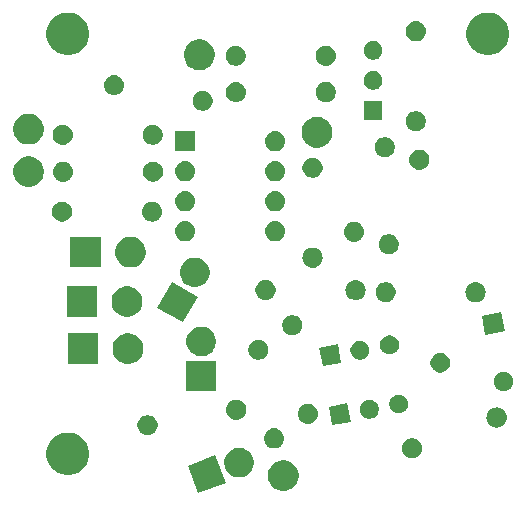
<source format=gbr>
G04 #@! TF.GenerationSoftware,KiCad,Pcbnew,(5.1.2-1)-1*
G04 #@! TF.CreationDate,2022-01-06T11:32:03-05:00*
G04 #@! TF.ProjectId,Basic VCA,42617369-6320-4564-9341-2e6b69636164,rev?*
G04 #@! TF.SameCoordinates,Original*
G04 #@! TF.FileFunction,Soldermask,Bot*
G04 #@! TF.FilePolarity,Negative*
%FSLAX46Y46*%
G04 Gerber Fmt 4.6, Leading zero omitted, Abs format (unit mm)*
G04 Created by KiCad (PCBNEW (5.1.2-1)-1) date 2022-01-06 11:32:03*
%MOMM*%
%LPD*%
G04 APERTURE LIST*
%ADD10C,0.100000*%
G04 APERTURE END LIST*
D10*
G36*
X30944656Y-54232018D02*
G01*
X28593545Y-55087753D01*
X27737810Y-52736642D01*
X30088921Y-51880907D01*
X30944656Y-54232018D01*
X30944656Y-54232018D01*
G37*
G36*
X36199393Y-52339304D02*
G01*
X36436101Y-52437352D01*
X36436103Y-52437353D01*
X36649135Y-52579696D01*
X36830304Y-52760865D01*
X36889990Y-52850192D01*
X36972648Y-52973899D01*
X37070696Y-53210607D01*
X37120680Y-53461893D01*
X37120680Y-53718107D01*
X37070696Y-53969393D01*
X36972648Y-54206101D01*
X36972647Y-54206103D01*
X36830304Y-54419135D01*
X36649135Y-54600304D01*
X36436103Y-54742647D01*
X36436102Y-54742648D01*
X36436101Y-54742648D01*
X36199393Y-54840696D01*
X35948107Y-54890680D01*
X35691893Y-54890680D01*
X35440607Y-54840696D01*
X35203899Y-54742648D01*
X35203898Y-54742648D01*
X35203897Y-54742647D01*
X34990865Y-54600304D01*
X34809696Y-54419135D01*
X34667353Y-54206103D01*
X34667352Y-54206101D01*
X34569304Y-53969393D01*
X34519320Y-53718107D01*
X34519320Y-53461893D01*
X34569304Y-53210607D01*
X34667352Y-52973899D01*
X34750010Y-52850192D01*
X34809696Y-52760865D01*
X34990865Y-52579696D01*
X35203897Y-52437353D01*
X35203899Y-52437352D01*
X35440607Y-52339304D01*
X35691893Y-52289320D01*
X35948107Y-52289320D01*
X36199393Y-52339304D01*
X36199393Y-52339304D01*
G37*
G36*
X32403505Y-51272921D02*
G01*
X32450978Y-51282364D01*
X32678646Y-51376667D01*
X32883541Y-51513574D01*
X33057790Y-51687823D01*
X33194697Y-51892718D01*
X33194698Y-51892720D01*
X33289000Y-52120386D01*
X33337075Y-52362075D01*
X33337075Y-52608503D01*
X33306768Y-52760865D01*
X33289000Y-52850192D01*
X33194697Y-53077860D01*
X33057790Y-53282755D01*
X32883541Y-53457004D01*
X32678646Y-53593911D01*
X32678645Y-53593912D01*
X32678644Y-53593912D01*
X32450978Y-53688214D01*
X32209289Y-53736289D01*
X31962861Y-53736289D01*
X31721172Y-53688214D01*
X31493506Y-53593912D01*
X31493505Y-53593912D01*
X31493504Y-53593911D01*
X31288609Y-53457004D01*
X31114360Y-53282755D01*
X30977453Y-53077860D01*
X30883150Y-52850192D01*
X30865382Y-52760865D01*
X30835075Y-52608503D01*
X30835075Y-52362075D01*
X30883150Y-52120386D01*
X30977452Y-51892720D01*
X30977453Y-51892718D01*
X31114360Y-51687823D01*
X31288609Y-51513574D01*
X31493504Y-51376667D01*
X31721172Y-51282364D01*
X31768645Y-51272921D01*
X31962861Y-51234289D01*
X32209289Y-51234289D01*
X32403505Y-51272921D01*
X32403505Y-51272921D01*
G37*
G36*
X18105331Y-50018211D02*
G01*
X18433092Y-50153974D01*
X18728070Y-50351072D01*
X18978928Y-50601930D01*
X19176026Y-50896908D01*
X19311789Y-51224669D01*
X19381000Y-51572616D01*
X19381000Y-51927384D01*
X19311789Y-52275331D01*
X19176026Y-52603092D01*
X18978928Y-52898070D01*
X18728070Y-53148928D01*
X18433092Y-53346026D01*
X18105331Y-53481789D01*
X17757384Y-53551000D01*
X17402616Y-53551000D01*
X17054669Y-53481789D01*
X16726908Y-53346026D01*
X16431930Y-53148928D01*
X16181072Y-52898070D01*
X15983974Y-52603092D01*
X15848211Y-52275331D01*
X15779000Y-51927384D01*
X15779000Y-51572616D01*
X15848211Y-51224669D01*
X15983974Y-50896908D01*
X16181072Y-50601930D01*
X16431930Y-50351072D01*
X16726908Y-50153974D01*
X17054669Y-50018211D01*
X17402616Y-49949000D01*
X17757384Y-49949000D01*
X18105331Y-50018211D01*
X18105331Y-50018211D01*
G37*
G36*
X46980593Y-50454859D02*
G01*
X47135465Y-50519009D01*
X47274846Y-50612141D01*
X47393380Y-50730675D01*
X47486512Y-50870056D01*
X47550662Y-51024928D01*
X47583365Y-51189340D01*
X47583365Y-51356972D01*
X47550662Y-51521384D01*
X47486512Y-51676256D01*
X47393380Y-51815637D01*
X47274846Y-51934171D01*
X47135465Y-52027303D01*
X46980593Y-52091453D01*
X46816181Y-52124156D01*
X46648549Y-52124156D01*
X46484137Y-52091453D01*
X46329265Y-52027303D01*
X46189884Y-51934171D01*
X46071350Y-51815637D01*
X45978218Y-51676256D01*
X45914068Y-51521384D01*
X45881365Y-51356972D01*
X45881365Y-51189340D01*
X45914068Y-51024928D01*
X45978218Y-50870056D01*
X46071350Y-50730675D01*
X46189884Y-50612141D01*
X46329265Y-50519009D01*
X46484137Y-50454859D01*
X46648549Y-50422156D01*
X46816181Y-50422156D01*
X46980593Y-50454859D01*
X46980593Y-50454859D01*
G37*
G36*
X35210022Y-49595548D02*
G01*
X35370441Y-49644211D01*
X35503105Y-49715121D01*
X35518277Y-49723231D01*
X35647858Y-49829576D01*
X35754203Y-49959157D01*
X35754204Y-49959159D01*
X35833223Y-50106993D01*
X35881886Y-50267412D01*
X35898316Y-50434235D01*
X35881886Y-50601058D01*
X35833223Y-50761477D01*
X35775186Y-50870056D01*
X35754203Y-50909313D01*
X35647858Y-51038894D01*
X35518277Y-51145239D01*
X35518275Y-51145240D01*
X35370441Y-51224259D01*
X35370438Y-51224260D01*
X35340579Y-51233318D01*
X35210022Y-51272922D01*
X35085003Y-51285235D01*
X35001395Y-51285235D01*
X34876376Y-51272922D01*
X34745819Y-51233318D01*
X34715960Y-51224260D01*
X34715957Y-51224259D01*
X34568123Y-51145240D01*
X34568121Y-51145239D01*
X34438540Y-51038894D01*
X34332195Y-50909313D01*
X34311212Y-50870056D01*
X34253175Y-50761477D01*
X34204512Y-50601058D01*
X34188082Y-50434235D01*
X34204512Y-50267412D01*
X34253175Y-50106993D01*
X34332194Y-49959159D01*
X34332195Y-49959157D01*
X34438540Y-49829576D01*
X34568121Y-49723231D01*
X34583293Y-49715121D01*
X34715957Y-49644211D01*
X34876376Y-49595548D01*
X35001395Y-49583235D01*
X35085003Y-49583235D01*
X35210022Y-49595548D01*
X35210022Y-49595548D01*
G37*
G36*
X24588228Y-48501703D02*
G01*
X24743100Y-48565853D01*
X24882481Y-48658985D01*
X25001015Y-48777519D01*
X25094147Y-48916900D01*
X25158297Y-49071772D01*
X25191000Y-49236184D01*
X25191000Y-49403816D01*
X25158297Y-49568228D01*
X25094147Y-49723100D01*
X25001015Y-49862481D01*
X24882481Y-49981015D01*
X24743100Y-50074147D01*
X24588228Y-50138297D01*
X24423816Y-50171000D01*
X24256184Y-50171000D01*
X24091772Y-50138297D01*
X23936900Y-50074147D01*
X23797519Y-49981015D01*
X23678985Y-49862481D01*
X23585853Y-49723100D01*
X23521703Y-49568228D01*
X23489000Y-49403816D01*
X23489000Y-49236184D01*
X23521703Y-49071772D01*
X23585853Y-48916900D01*
X23678985Y-48777519D01*
X23797519Y-48658985D01*
X23936900Y-48565853D01*
X24091772Y-48501703D01*
X24256184Y-48469000D01*
X24423816Y-48469000D01*
X24588228Y-48501703D01*
X24588228Y-48501703D01*
G37*
G36*
X54059646Y-47828276D02*
G01*
X54220065Y-47876939D01*
X54352729Y-47947849D01*
X54367901Y-47955959D01*
X54497482Y-48062304D01*
X54603827Y-48191885D01*
X54603828Y-48191887D01*
X54682847Y-48339721D01*
X54731510Y-48500140D01*
X54747940Y-48666963D01*
X54731510Y-48833786D01*
X54682847Y-48994205D01*
X54611937Y-49126869D01*
X54603827Y-49142041D01*
X54497482Y-49271622D01*
X54367901Y-49377967D01*
X54367899Y-49377968D01*
X54220065Y-49456987D01*
X54059646Y-49505650D01*
X53934627Y-49517963D01*
X53851019Y-49517963D01*
X53726000Y-49505650D01*
X53565581Y-49456987D01*
X53417747Y-49377968D01*
X53417745Y-49377967D01*
X53288164Y-49271622D01*
X53181819Y-49142041D01*
X53173709Y-49126869D01*
X53102799Y-48994205D01*
X53054136Y-48833786D01*
X53037706Y-48666963D01*
X53054136Y-48500140D01*
X53102799Y-48339721D01*
X53181818Y-48191887D01*
X53181819Y-48191885D01*
X53288164Y-48062304D01*
X53417745Y-47955959D01*
X53432917Y-47947849D01*
X53565581Y-47876939D01*
X53726000Y-47828276D01*
X53851019Y-47815963D01*
X53934627Y-47815963D01*
X54059646Y-47828276D01*
X54059646Y-47828276D01*
G37*
G36*
X41528963Y-49054004D02*
G01*
X39951301Y-49332188D01*
X39673117Y-47754526D01*
X41250779Y-47476342D01*
X41528963Y-49054004D01*
X41528963Y-49054004D01*
G37*
G36*
X38080022Y-47515548D02*
G01*
X38240441Y-47564211D01*
X38277061Y-47583785D01*
X38388277Y-47643231D01*
X38517858Y-47749576D01*
X38624203Y-47879157D01*
X38624204Y-47879159D01*
X38703223Y-48026993D01*
X38751886Y-48187412D01*
X38768316Y-48354235D01*
X38751886Y-48521058D01*
X38703223Y-48681477D01*
X38675460Y-48733417D01*
X38624203Y-48829313D01*
X38517858Y-48958894D01*
X38388277Y-49065239D01*
X38388275Y-49065240D01*
X38240441Y-49144259D01*
X38080022Y-49192922D01*
X37955003Y-49205235D01*
X37871395Y-49205235D01*
X37746376Y-49192922D01*
X37585957Y-49144259D01*
X37438123Y-49065240D01*
X37438121Y-49065239D01*
X37308540Y-48958894D01*
X37202195Y-48829313D01*
X37150938Y-48733417D01*
X37123175Y-48681477D01*
X37074512Y-48521058D01*
X37058082Y-48354235D01*
X37074512Y-48187412D01*
X37123175Y-48026993D01*
X37202194Y-47879159D01*
X37202195Y-47879157D01*
X37308540Y-47749576D01*
X37438121Y-47643231D01*
X37549337Y-47583785D01*
X37585957Y-47564211D01*
X37746376Y-47515548D01*
X37871395Y-47503235D01*
X37955003Y-47503235D01*
X38080022Y-47515548D01*
X38080022Y-47515548D01*
G37*
G36*
X32011058Y-47158114D02*
G01*
X32171477Y-47206777D01*
X32258629Y-47253361D01*
X32319313Y-47285797D01*
X32448894Y-47392142D01*
X32555239Y-47521723D01*
X32555240Y-47521725D01*
X32634259Y-47669559D01*
X32682922Y-47829978D01*
X32699352Y-47996801D01*
X32682922Y-48163624D01*
X32634259Y-48324043D01*
X32625877Y-48339724D01*
X32555239Y-48471879D01*
X32448894Y-48601460D01*
X32319313Y-48707805D01*
X32319311Y-48707806D01*
X32171477Y-48786825D01*
X32011058Y-48835488D01*
X31886039Y-48847801D01*
X31802431Y-48847801D01*
X31677412Y-48835488D01*
X31516993Y-48786825D01*
X31369159Y-48707806D01*
X31369157Y-48707805D01*
X31239576Y-48601460D01*
X31133231Y-48471879D01*
X31062593Y-48339724D01*
X31054211Y-48324043D01*
X31005548Y-48163624D01*
X30989118Y-47996801D01*
X31005548Y-47829978D01*
X31054211Y-47669559D01*
X31133230Y-47521725D01*
X31133231Y-47521723D01*
X31239576Y-47392142D01*
X31369157Y-47285797D01*
X31429841Y-47253361D01*
X31516993Y-47206777D01*
X31677412Y-47158114D01*
X31802431Y-47145801D01*
X31886039Y-47145801D01*
X32011058Y-47158114D01*
X32011058Y-47158114D01*
G37*
G36*
X43336094Y-47192980D02*
G01*
X43481866Y-47253361D01*
X43481868Y-47253362D01*
X43613060Y-47341021D01*
X43724630Y-47452591D01*
X43812289Y-47583783D01*
X43812290Y-47583785D01*
X43872671Y-47729557D01*
X43903452Y-47884306D01*
X43903452Y-48042092D01*
X43872671Y-48196841D01*
X43812290Y-48342613D01*
X43812289Y-48342615D01*
X43724630Y-48473807D01*
X43613060Y-48585377D01*
X43481868Y-48673036D01*
X43481867Y-48673037D01*
X43481866Y-48673037D01*
X43336094Y-48733418D01*
X43181345Y-48764199D01*
X43023559Y-48764199D01*
X42868810Y-48733418D01*
X42723038Y-48673037D01*
X42723037Y-48673037D01*
X42723036Y-48673036D01*
X42591844Y-48585377D01*
X42480274Y-48473807D01*
X42392615Y-48342615D01*
X42392614Y-48342613D01*
X42332233Y-48196841D01*
X42301452Y-48042092D01*
X42301452Y-47884306D01*
X42332233Y-47729557D01*
X42392614Y-47583785D01*
X42392615Y-47583783D01*
X42480274Y-47452591D01*
X42591844Y-47341021D01*
X42723036Y-47253362D01*
X42723038Y-47253361D01*
X42868810Y-47192980D01*
X43023559Y-47162199D01*
X43181345Y-47162199D01*
X43336094Y-47192980D01*
X43336094Y-47192980D01*
G37*
G36*
X45837505Y-46751913D02*
G01*
X45983277Y-46812294D01*
X45983279Y-46812295D01*
X46114471Y-46899954D01*
X46226041Y-47011524D01*
X46313700Y-47142716D01*
X46313701Y-47142718D01*
X46374082Y-47288490D01*
X46404863Y-47443239D01*
X46404863Y-47601025D01*
X46374082Y-47755774D01*
X46313701Y-47901546D01*
X46313700Y-47901548D01*
X46226041Y-48032740D01*
X46114471Y-48144310D01*
X45983279Y-48231969D01*
X45983278Y-48231970D01*
X45983277Y-48231970D01*
X45837505Y-48292351D01*
X45682756Y-48323132D01*
X45524970Y-48323132D01*
X45370221Y-48292351D01*
X45224449Y-48231970D01*
X45224448Y-48231970D01*
X45224447Y-48231969D01*
X45093255Y-48144310D01*
X44981685Y-48032740D01*
X44894026Y-47901548D01*
X44894025Y-47901546D01*
X44833644Y-47755774D01*
X44802863Y-47601025D01*
X44802863Y-47443239D01*
X44833644Y-47288490D01*
X44894025Y-47142718D01*
X44894026Y-47142716D01*
X44981685Y-47011524D01*
X45093255Y-46899954D01*
X45224447Y-46812295D01*
X45224449Y-46812294D01*
X45370221Y-46751913D01*
X45524970Y-46721132D01*
X45682756Y-46721132D01*
X45837505Y-46751913D01*
X45837505Y-46751913D01*
G37*
G36*
X54719176Y-44829781D02*
G01*
X54869499Y-44892047D01*
X55004786Y-44982443D01*
X55119837Y-45097494D01*
X55210233Y-45232781D01*
X55272499Y-45383104D01*
X55304241Y-45542685D01*
X55304241Y-45705393D01*
X55272499Y-45864974D01*
X55210233Y-46015297D01*
X55119837Y-46150584D01*
X55004786Y-46265635D01*
X54869499Y-46356031D01*
X54719176Y-46418297D01*
X54559595Y-46450039D01*
X54396887Y-46450039D01*
X54237306Y-46418297D01*
X54086983Y-46356031D01*
X53951696Y-46265635D01*
X53836645Y-46150584D01*
X53746249Y-46015297D01*
X53683983Y-45864974D01*
X53652241Y-45705393D01*
X53652241Y-45542685D01*
X53683983Y-45383104D01*
X53746249Y-45232781D01*
X53836645Y-45097494D01*
X53951696Y-44982443D01*
X54086983Y-44892047D01*
X54237306Y-44829781D01*
X54396887Y-44798039D01*
X54559595Y-44798039D01*
X54719176Y-44829781D01*
X54719176Y-44829781D01*
G37*
G36*
X30138200Y-46389000D02*
G01*
X27636200Y-46389000D01*
X27636200Y-43887000D01*
X30138200Y-43887000D01*
X30138200Y-46389000D01*
X30138200Y-46389000D01*
G37*
G36*
X49361017Y-43236002D02*
G01*
X49511340Y-43298268D01*
X49646627Y-43388664D01*
X49761678Y-43503715D01*
X49852074Y-43639002D01*
X49914340Y-43789325D01*
X49946082Y-43948906D01*
X49946082Y-44111614D01*
X49914340Y-44271195D01*
X49852074Y-44421518D01*
X49761678Y-44556805D01*
X49646627Y-44671856D01*
X49511340Y-44762252D01*
X49361017Y-44824518D01*
X49201436Y-44856260D01*
X49038728Y-44856260D01*
X48879147Y-44824518D01*
X48728824Y-44762252D01*
X48593537Y-44671856D01*
X48478486Y-44556805D01*
X48388090Y-44421518D01*
X48325824Y-44271195D01*
X48294082Y-44111614D01*
X48294082Y-43948906D01*
X48325824Y-43789325D01*
X48388090Y-43639002D01*
X48478486Y-43503715D01*
X48593537Y-43388664D01*
X48728824Y-43298268D01*
X48879147Y-43236002D01*
X49038728Y-43204260D01*
X49201436Y-43204260D01*
X49361017Y-43236002D01*
X49361017Y-43236002D01*
G37*
G36*
X40748783Y-44053512D02*
G01*
X39171121Y-44331696D01*
X38892937Y-42754034D01*
X40470599Y-42475850D01*
X40748783Y-44053512D01*
X40748783Y-44053512D01*
G37*
G36*
X20170680Y-44140680D02*
G01*
X17569320Y-44140680D01*
X17569320Y-41539320D01*
X20170680Y-41539320D01*
X20170680Y-44140680D01*
X20170680Y-44140680D01*
G37*
G36*
X23059393Y-41589304D02*
G01*
X23222547Y-41656885D01*
X23296103Y-41687353D01*
X23509135Y-41829696D01*
X23690304Y-42010865D01*
X23778075Y-42142224D01*
X23832648Y-42223899D01*
X23930696Y-42460607D01*
X23980680Y-42711893D01*
X23980680Y-42968107D01*
X23930696Y-43219393D01*
X23832648Y-43456101D01*
X23832647Y-43456103D01*
X23690304Y-43669135D01*
X23509135Y-43850304D01*
X23296103Y-43992647D01*
X23296102Y-43992648D01*
X23296101Y-43992648D01*
X23059393Y-44090696D01*
X22808107Y-44140680D01*
X22551893Y-44140680D01*
X22300607Y-44090696D01*
X22063899Y-43992648D01*
X22063898Y-43992648D01*
X22063897Y-43992647D01*
X21850865Y-43850304D01*
X21669696Y-43669135D01*
X21527353Y-43456103D01*
X21527352Y-43456101D01*
X21429304Y-43219393D01*
X21379320Y-42968107D01*
X21379320Y-42711893D01*
X21429304Y-42460607D01*
X21527352Y-42223899D01*
X21581925Y-42142224D01*
X21669696Y-42010865D01*
X21850865Y-41829696D01*
X22063897Y-41687353D01*
X22137453Y-41656885D01*
X22300607Y-41589304D01*
X22551893Y-41539320D01*
X22808107Y-41539320D01*
X23059393Y-41589304D01*
X23059393Y-41589304D01*
G37*
G36*
X33968228Y-42111703D02*
G01*
X34123100Y-42175853D01*
X34262481Y-42268985D01*
X34381015Y-42387519D01*
X34474147Y-42526900D01*
X34538297Y-42681772D01*
X34571000Y-42846184D01*
X34571000Y-43013816D01*
X34538297Y-43178228D01*
X34474147Y-43333100D01*
X34381015Y-43472481D01*
X34262481Y-43591015D01*
X34123100Y-43684147D01*
X33968228Y-43748297D01*
X33803816Y-43781000D01*
X33636184Y-43781000D01*
X33471772Y-43748297D01*
X33316900Y-43684147D01*
X33177519Y-43591015D01*
X33058985Y-43472481D01*
X32965853Y-43333100D01*
X32901703Y-43178228D01*
X32869000Y-43013816D01*
X32869000Y-42846184D01*
X32901703Y-42681772D01*
X32965853Y-42526900D01*
X33058985Y-42387519D01*
X33177519Y-42268985D01*
X33316900Y-42175853D01*
X33471772Y-42111703D01*
X33636184Y-42079000D01*
X33803816Y-42079000D01*
X33968228Y-42111703D01*
X33968228Y-42111703D01*
G37*
G36*
X42555914Y-42192488D02*
G01*
X42701686Y-42252869D01*
X42701688Y-42252870D01*
X42832880Y-42340529D01*
X42944450Y-42452099D01*
X43032109Y-42583291D01*
X43032110Y-42583293D01*
X43092491Y-42729065D01*
X43123272Y-42883814D01*
X43123272Y-43041600D01*
X43092491Y-43196349D01*
X43032110Y-43342121D01*
X43032109Y-43342123D01*
X42944450Y-43473315D01*
X42832880Y-43584885D01*
X42701688Y-43672544D01*
X42701687Y-43672545D01*
X42701686Y-43672545D01*
X42555914Y-43732926D01*
X42401165Y-43763707D01*
X42243379Y-43763707D01*
X42088630Y-43732926D01*
X41942858Y-43672545D01*
X41942857Y-43672545D01*
X41942856Y-43672544D01*
X41811664Y-43584885D01*
X41700094Y-43473315D01*
X41612435Y-43342123D01*
X41612434Y-43342121D01*
X41552053Y-43196349D01*
X41521272Y-43041600D01*
X41521272Y-42883814D01*
X41552053Y-42729065D01*
X41612434Y-42583293D01*
X41612435Y-42583291D01*
X41700094Y-42452099D01*
X41811664Y-42340529D01*
X41942856Y-42252870D01*
X41942858Y-42252869D01*
X42088630Y-42192488D01*
X42243379Y-42161707D01*
X42401165Y-42161707D01*
X42555914Y-42192488D01*
X42555914Y-42192488D01*
G37*
G36*
X29252103Y-41014075D02*
G01*
X29479771Y-41108378D01*
X29684666Y-41245285D01*
X29858915Y-41419534D01*
X29995822Y-41624429D01*
X29995823Y-41624431D01*
X30090125Y-41852097D01*
X30138200Y-42093786D01*
X30138200Y-42340214D01*
X30090125Y-42581903D01*
X30036282Y-42711893D01*
X29995822Y-42809571D01*
X29858915Y-43014466D01*
X29684666Y-43188715D01*
X29479771Y-43325622D01*
X29479770Y-43325623D01*
X29479769Y-43325623D01*
X29252103Y-43419925D01*
X29010414Y-43468000D01*
X28763986Y-43468000D01*
X28522297Y-43419925D01*
X28294631Y-43325623D01*
X28294630Y-43325623D01*
X28294629Y-43325622D01*
X28089734Y-43188715D01*
X27915485Y-43014466D01*
X27778578Y-42809571D01*
X27738119Y-42711893D01*
X27684275Y-42581903D01*
X27636200Y-42340214D01*
X27636200Y-42093786D01*
X27684275Y-41852097D01*
X27778577Y-41624431D01*
X27778578Y-41624429D01*
X27915485Y-41419534D01*
X28089734Y-41245285D01*
X28294629Y-41108378D01*
X28522297Y-41014075D01*
X28763986Y-40966000D01*
X29010414Y-40966000D01*
X29252103Y-41014075D01*
X29252103Y-41014075D01*
G37*
G36*
X45057325Y-41751421D02*
G01*
X45203097Y-41811802D01*
X45203099Y-41811803D01*
X45334291Y-41899462D01*
X45445861Y-42011032D01*
X45513128Y-42111705D01*
X45533521Y-42142226D01*
X45593902Y-42287998D01*
X45624683Y-42442747D01*
X45624683Y-42600533D01*
X45593902Y-42755282D01*
X45533521Y-42901054D01*
X45533520Y-42901056D01*
X45445861Y-43032248D01*
X45334291Y-43143818D01*
X45203099Y-43231477D01*
X45203098Y-43231478D01*
X45203097Y-43231478D01*
X45057325Y-43291859D01*
X44902576Y-43322640D01*
X44744790Y-43322640D01*
X44590041Y-43291859D01*
X44444269Y-43231478D01*
X44444268Y-43231478D01*
X44444267Y-43231477D01*
X44313075Y-43143818D01*
X44201505Y-43032248D01*
X44113846Y-42901056D01*
X44113845Y-42901054D01*
X44053464Y-42755282D01*
X44022683Y-42600533D01*
X44022683Y-42442747D01*
X44053464Y-42287998D01*
X44113845Y-42142226D01*
X44134238Y-42111705D01*
X44201505Y-42011032D01*
X44313075Y-41899462D01*
X44444267Y-41811803D01*
X44444269Y-41811802D01*
X44590041Y-41751421D01*
X44744790Y-41720640D01*
X44902576Y-41720640D01*
X45057325Y-41751421D01*
X45057325Y-41751421D01*
G37*
G36*
X36838228Y-40031703D02*
G01*
X36993100Y-40095853D01*
X37132481Y-40188985D01*
X37251015Y-40307519D01*
X37344147Y-40446900D01*
X37408297Y-40601772D01*
X37441000Y-40766184D01*
X37441000Y-40933816D01*
X37408297Y-41098228D01*
X37344147Y-41253100D01*
X37251015Y-41392481D01*
X37132481Y-41511015D01*
X36993100Y-41604147D01*
X36838228Y-41668297D01*
X36673816Y-41701000D01*
X36506184Y-41701000D01*
X36341772Y-41668297D01*
X36186900Y-41604147D01*
X36047519Y-41511015D01*
X35928985Y-41392481D01*
X35835853Y-41253100D01*
X35771703Y-41098228D01*
X35739000Y-40933816D01*
X35739000Y-40766184D01*
X35771703Y-40601772D01*
X35835853Y-40446900D01*
X35928985Y-40307519D01*
X36047519Y-40188985D01*
X36186900Y-40095853D01*
X36341772Y-40031703D01*
X36506184Y-39999000D01*
X36673816Y-39999000D01*
X36838228Y-40031703D01*
X36838228Y-40031703D01*
G37*
G36*
X54566885Y-41370018D02*
G01*
X52939982Y-41656885D01*
X52653115Y-40029982D01*
X54280018Y-39743115D01*
X54566885Y-41370018D01*
X54566885Y-41370018D01*
G37*
G36*
X28588400Y-38441763D02*
G01*
X27337399Y-40608560D01*
X25170602Y-39357559D01*
X26421603Y-37190762D01*
X28588400Y-38441763D01*
X28588400Y-38441763D01*
G37*
G36*
X20090680Y-40140680D02*
G01*
X17489320Y-40140680D01*
X17489320Y-37539320D01*
X20090680Y-37539320D01*
X20090680Y-40140680D01*
X20090680Y-40140680D01*
G37*
G36*
X22979393Y-37589304D02*
G01*
X23216101Y-37687352D01*
X23216103Y-37687353D01*
X23429135Y-37829696D01*
X23610304Y-38010865D01*
X23752647Y-38223897D01*
X23752648Y-38223899D01*
X23850696Y-38460607D01*
X23900680Y-38711893D01*
X23900680Y-38968107D01*
X23850696Y-39219393D01*
X23752648Y-39456101D01*
X23752647Y-39456103D01*
X23610304Y-39669135D01*
X23429135Y-39850304D01*
X23216103Y-39992647D01*
X23216102Y-39992648D01*
X23216101Y-39992648D01*
X22979393Y-40090696D01*
X22728107Y-40140680D01*
X22471893Y-40140680D01*
X22220607Y-40090696D01*
X21983899Y-39992648D01*
X21983898Y-39992648D01*
X21983897Y-39992647D01*
X21770865Y-39850304D01*
X21589696Y-39669135D01*
X21447353Y-39456103D01*
X21447352Y-39456101D01*
X21349304Y-39219393D01*
X21299320Y-38968107D01*
X21299320Y-38711893D01*
X21349304Y-38460607D01*
X21447352Y-38223899D01*
X21447353Y-38223897D01*
X21589696Y-38010865D01*
X21770865Y-37829696D01*
X21983897Y-37687353D01*
X21983899Y-37687352D01*
X22220607Y-37589304D01*
X22471893Y-37539320D01*
X22728107Y-37539320D01*
X22979393Y-37589304D01*
X22979393Y-37589304D01*
G37*
G36*
X44742342Y-37242807D02*
G01*
X44897214Y-37306957D01*
X45036595Y-37400089D01*
X45155129Y-37518623D01*
X45248261Y-37658004D01*
X45312411Y-37812876D01*
X45345114Y-37977288D01*
X45345114Y-38144920D01*
X45312411Y-38309332D01*
X45248261Y-38464204D01*
X45155129Y-38603585D01*
X45036595Y-38722119D01*
X44897214Y-38815251D01*
X44742342Y-38879401D01*
X44577930Y-38912104D01*
X44410298Y-38912104D01*
X44245886Y-38879401D01*
X44091014Y-38815251D01*
X43951633Y-38722119D01*
X43833099Y-38603585D01*
X43739967Y-38464204D01*
X43675817Y-38309332D01*
X43643114Y-38144920D01*
X43643114Y-37977288D01*
X43675817Y-37812876D01*
X43739967Y-37658004D01*
X43833099Y-37518623D01*
X43951633Y-37400089D01*
X44091014Y-37306957D01*
X44245886Y-37242807D01*
X44410298Y-37210104D01*
X44577930Y-37210104D01*
X44742342Y-37242807D01*
X44742342Y-37242807D01*
G37*
G36*
X52280937Y-37222417D02*
G01*
X52441356Y-37271080D01*
X52508475Y-37306956D01*
X52589192Y-37350100D01*
X52718773Y-37456445D01*
X52825118Y-37586026D01*
X52825119Y-37586028D01*
X52904138Y-37733862D01*
X52952801Y-37894281D01*
X52969231Y-38061104D01*
X52952801Y-38227927D01*
X52904138Y-38388346D01*
X52833228Y-38521010D01*
X52825118Y-38536182D01*
X52718773Y-38665763D01*
X52589192Y-38772108D01*
X52589190Y-38772109D01*
X52441356Y-38851128D01*
X52280937Y-38899791D01*
X52155918Y-38912104D01*
X52072310Y-38912104D01*
X51947291Y-38899791D01*
X51786872Y-38851128D01*
X51639038Y-38772109D01*
X51639036Y-38772108D01*
X51509455Y-38665763D01*
X51403110Y-38536182D01*
X51395000Y-38521010D01*
X51324090Y-38388346D01*
X51275427Y-38227927D01*
X51258997Y-38061104D01*
X51275427Y-37894281D01*
X51324090Y-37733862D01*
X51403109Y-37586028D01*
X51403110Y-37586026D01*
X51509455Y-37456445D01*
X51639036Y-37350100D01*
X51719753Y-37306956D01*
X51786872Y-37271080D01*
X51947291Y-37222417D01*
X52072310Y-37210104D01*
X52155918Y-37210104D01*
X52280937Y-37222417D01*
X52280937Y-37222417D01*
G37*
G36*
X34578228Y-37061703D02*
G01*
X34733100Y-37125853D01*
X34872481Y-37218985D01*
X34991015Y-37337519D01*
X35084147Y-37476900D01*
X35148297Y-37631772D01*
X35181000Y-37796184D01*
X35181000Y-37963816D01*
X35148297Y-38128228D01*
X35084147Y-38283100D01*
X34991015Y-38422481D01*
X34872481Y-38541015D01*
X34733100Y-38634147D01*
X34578228Y-38698297D01*
X34413816Y-38731000D01*
X34246184Y-38731000D01*
X34081772Y-38698297D01*
X33926900Y-38634147D01*
X33787519Y-38541015D01*
X33668985Y-38422481D01*
X33575853Y-38283100D01*
X33511703Y-38128228D01*
X33479000Y-37963816D01*
X33479000Y-37796184D01*
X33511703Y-37631772D01*
X33575853Y-37476900D01*
X33668985Y-37337519D01*
X33787519Y-37218985D01*
X33926900Y-37125853D01*
X34081772Y-37061703D01*
X34246184Y-37029000D01*
X34413816Y-37029000D01*
X34578228Y-37061703D01*
X34578228Y-37061703D01*
G37*
G36*
X42116823Y-37041313D02*
G01*
X42277242Y-37089976D01*
X42344361Y-37125852D01*
X42425078Y-37168996D01*
X42554659Y-37275341D01*
X42661004Y-37404922D01*
X42661005Y-37404924D01*
X42740024Y-37552758D01*
X42788687Y-37713177D01*
X42805117Y-37880000D01*
X42788687Y-38046823D01*
X42740024Y-38207242D01*
X42699477Y-38283100D01*
X42661004Y-38355078D01*
X42554659Y-38484659D01*
X42425078Y-38591004D01*
X42425076Y-38591005D01*
X42277242Y-38670024D01*
X42116823Y-38718687D01*
X41991804Y-38731000D01*
X41908196Y-38731000D01*
X41783177Y-38718687D01*
X41622758Y-38670024D01*
X41474924Y-38591005D01*
X41474922Y-38591004D01*
X41345341Y-38484659D01*
X41238996Y-38355078D01*
X41200523Y-38283100D01*
X41159976Y-38207242D01*
X41111313Y-38046823D01*
X41094883Y-37880000D01*
X41111313Y-37713177D01*
X41159976Y-37552758D01*
X41238995Y-37404924D01*
X41238996Y-37404922D01*
X41345341Y-37275341D01*
X41474922Y-37168996D01*
X41555639Y-37125852D01*
X41622758Y-37089976D01*
X41783177Y-37041313D01*
X41908196Y-37029000D01*
X41991804Y-37029000D01*
X42116823Y-37041313D01*
X42116823Y-37041313D01*
G37*
G36*
X28704904Y-35167076D02*
G01*
X28932572Y-35261379D01*
X29137467Y-35398286D01*
X29311716Y-35572535D01*
X29377043Y-35670304D01*
X29448624Y-35777432D01*
X29527844Y-35968686D01*
X29542926Y-36005098D01*
X29591001Y-36246788D01*
X29591001Y-36493214D01*
X29542926Y-36734904D01*
X29448623Y-36962572D01*
X29311716Y-37167467D01*
X29137467Y-37341716D01*
X28932572Y-37478623D01*
X28932571Y-37478624D01*
X28932570Y-37478624D01*
X28704904Y-37572926D01*
X28463215Y-37621001D01*
X28216787Y-37621001D01*
X27975098Y-37572926D01*
X27747432Y-37478624D01*
X27747431Y-37478624D01*
X27747430Y-37478623D01*
X27542535Y-37341716D01*
X27368286Y-37167467D01*
X27231379Y-36962572D01*
X27137076Y-36734904D01*
X27089001Y-36493214D01*
X27089001Y-36246788D01*
X27137076Y-36005098D01*
X27152158Y-35968686D01*
X27231378Y-35777432D01*
X27302959Y-35670304D01*
X27368286Y-35572535D01*
X27542535Y-35398286D01*
X27747430Y-35261379D01*
X27975098Y-35167076D01*
X28216787Y-35119001D01*
X28463215Y-35119001D01*
X28704904Y-35167076D01*
X28704904Y-35167076D01*
G37*
G36*
X38476823Y-34291313D02*
G01*
X38637242Y-34339976D01*
X38769906Y-34410886D01*
X38785078Y-34418996D01*
X38914659Y-34525341D01*
X39021004Y-34654922D01*
X39021005Y-34654924D01*
X39100024Y-34802758D01*
X39148687Y-34963177D01*
X39165117Y-35130000D01*
X39148687Y-35296823D01*
X39100024Y-35457242D01*
X39038397Y-35572537D01*
X39021004Y-35605078D01*
X38914659Y-35734659D01*
X38785078Y-35841004D01*
X38785076Y-35841005D01*
X38637242Y-35920024D01*
X38476823Y-35968687D01*
X38351804Y-35981000D01*
X38268196Y-35981000D01*
X38143177Y-35968687D01*
X37982758Y-35920024D01*
X37834924Y-35841005D01*
X37834922Y-35841004D01*
X37705341Y-35734659D01*
X37598996Y-35605078D01*
X37581603Y-35572537D01*
X37519976Y-35457242D01*
X37471313Y-35296823D01*
X37454883Y-35130000D01*
X37471313Y-34963177D01*
X37519976Y-34802758D01*
X37598995Y-34654924D01*
X37598996Y-34654922D01*
X37705341Y-34525341D01*
X37834922Y-34418996D01*
X37850094Y-34410886D01*
X37982758Y-34339976D01*
X38143177Y-34291313D01*
X38268196Y-34279000D01*
X38351804Y-34279000D01*
X38476823Y-34291313D01*
X38476823Y-34291313D01*
G37*
G36*
X23279393Y-33409304D02*
G01*
X23485457Y-33494659D01*
X23516103Y-33507353D01*
X23729135Y-33649696D01*
X23910304Y-33830865D01*
X24052647Y-34043897D01*
X24052648Y-34043899D01*
X24150696Y-34280607D01*
X24200680Y-34531893D01*
X24200680Y-34788107D01*
X24150696Y-35039393D01*
X24058746Y-35261378D01*
X24052647Y-35276103D01*
X23910304Y-35489135D01*
X23729135Y-35670304D01*
X23516103Y-35812647D01*
X23516102Y-35812648D01*
X23516101Y-35812648D01*
X23279393Y-35910696D01*
X23028107Y-35960680D01*
X22771893Y-35960680D01*
X22520607Y-35910696D01*
X22283899Y-35812648D01*
X22283898Y-35812648D01*
X22283897Y-35812647D01*
X22070865Y-35670304D01*
X21889696Y-35489135D01*
X21747353Y-35276103D01*
X21741254Y-35261378D01*
X21649304Y-35039393D01*
X21599320Y-34788107D01*
X21599320Y-34531893D01*
X21649304Y-34280607D01*
X21747352Y-34043899D01*
X21747353Y-34043897D01*
X21889696Y-33830865D01*
X22070865Y-33649696D01*
X22283897Y-33507353D01*
X22314543Y-33494659D01*
X22520607Y-33409304D01*
X22771893Y-33359320D01*
X23028107Y-33359320D01*
X23279393Y-33409304D01*
X23279393Y-33409304D01*
G37*
G36*
X20390680Y-35960680D02*
G01*
X17789320Y-35960680D01*
X17789320Y-33359320D01*
X20390680Y-33359320D01*
X20390680Y-35960680D01*
X20390680Y-35960680D01*
G37*
G36*
X44998228Y-33181703D02*
G01*
X45153100Y-33245853D01*
X45292481Y-33338985D01*
X45411015Y-33457519D01*
X45504147Y-33596900D01*
X45568297Y-33751772D01*
X45601000Y-33916184D01*
X45601000Y-34083816D01*
X45568297Y-34248228D01*
X45504147Y-34403100D01*
X45411015Y-34542481D01*
X45292481Y-34661015D01*
X45153100Y-34754147D01*
X44998228Y-34818297D01*
X44833816Y-34851000D01*
X44666184Y-34851000D01*
X44501772Y-34818297D01*
X44346900Y-34754147D01*
X44207519Y-34661015D01*
X44088985Y-34542481D01*
X43995853Y-34403100D01*
X43931703Y-34248228D01*
X43899000Y-34083816D01*
X43899000Y-33916184D01*
X43931703Y-33751772D01*
X43995853Y-33596900D01*
X44088985Y-33457519D01*
X44207519Y-33338985D01*
X44346900Y-33245853D01*
X44501772Y-33181703D01*
X44666184Y-33149000D01*
X44833816Y-33149000D01*
X44998228Y-33181703D01*
X44998228Y-33181703D01*
G37*
G36*
X41980630Y-32101771D02*
G01*
X42141049Y-32150434D01*
X42273713Y-32221344D01*
X42288885Y-32229454D01*
X42418466Y-32335799D01*
X42524811Y-32465380D01*
X42524812Y-32465382D01*
X42603831Y-32613216D01*
X42652494Y-32773635D01*
X42668924Y-32940458D01*
X42652494Y-33107281D01*
X42603831Y-33267700D01*
X42565728Y-33338985D01*
X42524811Y-33415536D01*
X42418466Y-33545117D01*
X42288885Y-33651462D01*
X42288883Y-33651463D01*
X42141049Y-33730482D01*
X41980630Y-33779145D01*
X41855611Y-33791458D01*
X41772003Y-33791458D01*
X41646984Y-33779145D01*
X41486565Y-33730482D01*
X41338731Y-33651463D01*
X41338729Y-33651462D01*
X41209148Y-33545117D01*
X41102803Y-33415536D01*
X41061886Y-33338985D01*
X41023783Y-33267700D01*
X40975120Y-33107281D01*
X40958690Y-32940458D01*
X40975120Y-32773635D01*
X41023783Y-32613216D01*
X41102802Y-32465382D01*
X41102803Y-32465380D01*
X41209148Y-32335799D01*
X41338729Y-32229454D01*
X41353901Y-32221344D01*
X41486565Y-32150434D01*
X41646984Y-32101771D01*
X41772003Y-32089458D01*
X41855611Y-32089458D01*
X41980630Y-32101771D01*
X41980630Y-32101771D01*
G37*
G36*
X27686823Y-32051313D02*
G01*
X27847242Y-32099976D01*
X27941640Y-32150433D01*
X27995078Y-32178996D01*
X28124659Y-32285341D01*
X28231004Y-32414922D01*
X28231005Y-32414924D01*
X28310024Y-32562758D01*
X28358687Y-32723177D01*
X28375117Y-32890000D01*
X28358687Y-33056823D01*
X28310024Y-33217242D01*
X28244951Y-33338985D01*
X28231004Y-33365078D01*
X28124659Y-33494659D01*
X27995078Y-33601004D01*
X27995076Y-33601005D01*
X27847242Y-33680024D01*
X27686823Y-33728687D01*
X27561804Y-33741000D01*
X27478196Y-33741000D01*
X27353177Y-33728687D01*
X27192758Y-33680024D01*
X27044924Y-33601005D01*
X27044922Y-33601004D01*
X26915341Y-33494659D01*
X26808996Y-33365078D01*
X26795049Y-33338985D01*
X26729976Y-33217242D01*
X26681313Y-33056823D01*
X26664883Y-32890000D01*
X26681313Y-32723177D01*
X26729976Y-32562758D01*
X26808995Y-32414924D01*
X26808996Y-32414922D01*
X26915341Y-32285341D01*
X27044922Y-32178996D01*
X27098360Y-32150433D01*
X27192758Y-32099976D01*
X27353177Y-32051313D01*
X27478196Y-32039000D01*
X27561804Y-32039000D01*
X27686823Y-32051313D01*
X27686823Y-32051313D01*
G37*
G36*
X35306823Y-32051313D02*
G01*
X35467242Y-32099976D01*
X35561640Y-32150433D01*
X35615078Y-32178996D01*
X35744659Y-32285341D01*
X35851004Y-32414922D01*
X35851005Y-32414924D01*
X35930024Y-32562758D01*
X35978687Y-32723177D01*
X35995117Y-32890000D01*
X35978687Y-33056823D01*
X35930024Y-33217242D01*
X35864951Y-33338985D01*
X35851004Y-33365078D01*
X35744659Y-33494659D01*
X35615078Y-33601004D01*
X35615076Y-33601005D01*
X35467242Y-33680024D01*
X35306823Y-33728687D01*
X35181804Y-33741000D01*
X35098196Y-33741000D01*
X34973177Y-33728687D01*
X34812758Y-33680024D01*
X34664924Y-33601005D01*
X34664922Y-33601004D01*
X34535341Y-33494659D01*
X34428996Y-33365078D01*
X34415049Y-33338985D01*
X34349976Y-33217242D01*
X34301313Y-33056823D01*
X34284883Y-32890000D01*
X34301313Y-32723177D01*
X34349976Y-32562758D01*
X34428995Y-32414924D01*
X34428996Y-32414922D01*
X34535341Y-32285341D01*
X34664922Y-32178996D01*
X34718360Y-32150433D01*
X34812758Y-32099976D01*
X34973177Y-32051313D01*
X35098196Y-32039000D01*
X35181804Y-32039000D01*
X35306823Y-32051313D01*
X35306823Y-32051313D01*
G37*
G36*
X17348228Y-30411703D02*
G01*
X17503100Y-30475853D01*
X17642481Y-30568985D01*
X17761015Y-30687519D01*
X17854147Y-30826900D01*
X17918297Y-30981772D01*
X17951000Y-31146184D01*
X17951000Y-31313816D01*
X17918297Y-31478228D01*
X17854147Y-31633100D01*
X17761015Y-31772481D01*
X17642481Y-31891015D01*
X17503100Y-31984147D01*
X17348228Y-32048297D01*
X17183816Y-32081000D01*
X17016184Y-32081000D01*
X16851772Y-32048297D01*
X16696900Y-31984147D01*
X16557519Y-31891015D01*
X16438985Y-31772481D01*
X16345853Y-31633100D01*
X16281703Y-31478228D01*
X16249000Y-31313816D01*
X16249000Y-31146184D01*
X16281703Y-30981772D01*
X16345853Y-30826900D01*
X16438985Y-30687519D01*
X16557519Y-30568985D01*
X16696900Y-30475853D01*
X16851772Y-30411703D01*
X17016184Y-30379000D01*
X17183816Y-30379000D01*
X17348228Y-30411703D01*
X17348228Y-30411703D01*
G37*
G36*
X24886823Y-30391313D02*
G01*
X25047242Y-30439976D01*
X25114361Y-30475852D01*
X25195078Y-30518996D01*
X25324659Y-30625341D01*
X25431004Y-30754922D01*
X25431005Y-30754924D01*
X25510024Y-30902758D01*
X25558687Y-31063177D01*
X25575117Y-31230000D01*
X25558687Y-31396823D01*
X25510024Y-31557242D01*
X25469477Y-31633100D01*
X25431004Y-31705078D01*
X25324659Y-31834659D01*
X25195078Y-31941004D01*
X25195076Y-31941005D01*
X25047242Y-32020024D01*
X24886823Y-32068687D01*
X24761804Y-32081000D01*
X24678196Y-32081000D01*
X24553177Y-32068687D01*
X24392758Y-32020024D01*
X24244924Y-31941005D01*
X24244922Y-31941004D01*
X24115341Y-31834659D01*
X24008996Y-31705078D01*
X23970523Y-31633100D01*
X23929976Y-31557242D01*
X23881313Y-31396823D01*
X23864883Y-31230000D01*
X23881313Y-31063177D01*
X23929976Y-30902758D01*
X24008995Y-30754924D01*
X24008996Y-30754922D01*
X24115341Y-30625341D01*
X24244922Y-30518996D01*
X24325639Y-30475852D01*
X24392758Y-30439976D01*
X24553177Y-30391313D01*
X24678196Y-30379000D01*
X24761804Y-30379000D01*
X24886823Y-30391313D01*
X24886823Y-30391313D01*
G37*
G36*
X35306823Y-29511313D02*
G01*
X35467242Y-29559976D01*
X35599906Y-29630886D01*
X35615078Y-29638996D01*
X35744659Y-29745341D01*
X35851004Y-29874922D01*
X35851005Y-29874924D01*
X35930024Y-30022758D01*
X35978687Y-30183177D01*
X35995117Y-30350000D01*
X35978687Y-30516823D01*
X35930024Y-30677242D01*
X35924530Y-30687520D01*
X35851004Y-30825078D01*
X35744659Y-30954659D01*
X35615078Y-31061004D01*
X35599906Y-31069114D01*
X35467242Y-31140024D01*
X35306823Y-31188687D01*
X35181804Y-31201000D01*
X35098196Y-31201000D01*
X34973177Y-31188687D01*
X34812758Y-31140024D01*
X34680094Y-31069114D01*
X34664922Y-31061004D01*
X34535341Y-30954659D01*
X34428996Y-30825078D01*
X34355470Y-30687520D01*
X34349976Y-30677242D01*
X34301313Y-30516823D01*
X34284883Y-30350000D01*
X34301313Y-30183177D01*
X34349976Y-30022758D01*
X34428995Y-29874924D01*
X34428996Y-29874922D01*
X34535341Y-29745341D01*
X34664922Y-29638996D01*
X34680094Y-29630886D01*
X34812758Y-29559976D01*
X34973177Y-29511313D01*
X35098196Y-29499000D01*
X35181804Y-29499000D01*
X35306823Y-29511313D01*
X35306823Y-29511313D01*
G37*
G36*
X27686823Y-29511313D02*
G01*
X27847242Y-29559976D01*
X27979906Y-29630886D01*
X27995078Y-29638996D01*
X28124659Y-29745341D01*
X28231004Y-29874922D01*
X28231005Y-29874924D01*
X28310024Y-30022758D01*
X28358687Y-30183177D01*
X28375117Y-30350000D01*
X28358687Y-30516823D01*
X28310024Y-30677242D01*
X28304530Y-30687520D01*
X28231004Y-30825078D01*
X28124659Y-30954659D01*
X27995078Y-31061004D01*
X27979906Y-31069114D01*
X27847242Y-31140024D01*
X27686823Y-31188687D01*
X27561804Y-31201000D01*
X27478196Y-31201000D01*
X27353177Y-31188687D01*
X27192758Y-31140024D01*
X27060094Y-31069114D01*
X27044922Y-31061004D01*
X26915341Y-30954659D01*
X26808996Y-30825078D01*
X26735470Y-30687520D01*
X26729976Y-30677242D01*
X26681313Y-30516823D01*
X26664883Y-30350000D01*
X26681313Y-30183177D01*
X26729976Y-30022758D01*
X26808995Y-29874924D01*
X26808996Y-29874922D01*
X26915341Y-29745341D01*
X27044922Y-29638996D01*
X27060094Y-29630886D01*
X27192758Y-29559976D01*
X27353177Y-29511313D01*
X27478196Y-29499000D01*
X27561804Y-29499000D01*
X27686823Y-29511313D01*
X27686823Y-29511313D01*
G37*
G36*
X14649393Y-26589304D02*
G01*
X14886101Y-26687352D01*
X14886103Y-26687353D01*
X15099135Y-26829696D01*
X15280304Y-27010865D01*
X15410248Y-27205341D01*
X15422648Y-27223899D01*
X15520696Y-27460607D01*
X15570680Y-27711893D01*
X15570680Y-27968107D01*
X15520696Y-28219393D01*
X15449000Y-28392481D01*
X15422647Y-28456103D01*
X15280304Y-28669135D01*
X15099135Y-28850304D01*
X14886103Y-28992647D01*
X14886102Y-28992648D01*
X14886101Y-28992648D01*
X14649393Y-29090696D01*
X14398107Y-29140680D01*
X14141893Y-29140680D01*
X13890607Y-29090696D01*
X13653899Y-28992648D01*
X13653898Y-28992648D01*
X13653897Y-28992647D01*
X13440865Y-28850304D01*
X13259696Y-28669135D01*
X13117353Y-28456103D01*
X13091000Y-28392481D01*
X13019304Y-28219393D01*
X12969320Y-27968107D01*
X12969320Y-27711893D01*
X13019304Y-27460607D01*
X13117352Y-27223899D01*
X13129752Y-27205341D01*
X13259696Y-27010865D01*
X13440865Y-26829696D01*
X13653897Y-26687353D01*
X13653899Y-26687352D01*
X13890607Y-26589304D01*
X14141893Y-26539320D01*
X14398107Y-26539320D01*
X14649393Y-26589304D01*
X14649393Y-26589304D01*
G37*
G36*
X17346823Y-27011313D02*
G01*
X17507242Y-27059976D01*
X17595036Y-27106903D01*
X17655078Y-27138996D01*
X17784659Y-27245341D01*
X17891004Y-27374922D01*
X17891005Y-27374924D01*
X17970024Y-27522758D01*
X18018687Y-27683177D01*
X18035117Y-27850000D01*
X18018687Y-28016823D01*
X17970024Y-28177242D01*
X17929477Y-28253100D01*
X17891004Y-28325078D01*
X17784659Y-28454659D01*
X17655078Y-28561004D01*
X17655076Y-28561005D01*
X17507242Y-28640024D01*
X17346823Y-28688687D01*
X17221804Y-28701000D01*
X17138196Y-28701000D01*
X17013177Y-28688687D01*
X16852758Y-28640024D01*
X16704924Y-28561005D01*
X16704922Y-28561004D01*
X16575341Y-28454659D01*
X16468996Y-28325078D01*
X16430523Y-28253100D01*
X16389976Y-28177242D01*
X16341313Y-28016823D01*
X16324883Y-27850000D01*
X16341313Y-27683177D01*
X16389976Y-27522758D01*
X16468995Y-27374924D01*
X16468996Y-27374922D01*
X16575341Y-27245341D01*
X16704922Y-27138996D01*
X16764964Y-27106903D01*
X16852758Y-27059976D01*
X17013177Y-27011313D01*
X17138196Y-26999000D01*
X17221804Y-26999000D01*
X17346823Y-27011313D01*
X17346823Y-27011313D01*
G37*
G36*
X25048228Y-27031703D02*
G01*
X25203100Y-27095853D01*
X25342481Y-27188985D01*
X25461015Y-27307519D01*
X25554147Y-27446900D01*
X25618297Y-27601772D01*
X25651000Y-27766184D01*
X25651000Y-27933816D01*
X25618297Y-28098228D01*
X25554147Y-28253100D01*
X25461015Y-28392481D01*
X25342481Y-28511015D01*
X25203100Y-28604147D01*
X25048228Y-28668297D01*
X24883816Y-28701000D01*
X24716184Y-28701000D01*
X24551772Y-28668297D01*
X24396900Y-28604147D01*
X24257519Y-28511015D01*
X24138985Y-28392481D01*
X24045853Y-28253100D01*
X23981703Y-28098228D01*
X23949000Y-27933816D01*
X23949000Y-27766184D01*
X23981703Y-27601772D01*
X24045853Y-27446900D01*
X24138985Y-27307519D01*
X24257519Y-27188985D01*
X24396900Y-27095853D01*
X24551772Y-27031703D01*
X24716184Y-26999000D01*
X24883816Y-26999000D01*
X25048228Y-27031703D01*
X25048228Y-27031703D01*
G37*
G36*
X27686823Y-26971313D02*
G01*
X27847242Y-27019976D01*
X27979906Y-27090886D01*
X27995078Y-27098996D01*
X28124659Y-27205341D01*
X28231004Y-27334922D01*
X28231005Y-27334924D01*
X28310024Y-27482758D01*
X28358687Y-27643177D01*
X28375117Y-27810000D01*
X28358687Y-27976823D01*
X28310024Y-28137242D01*
X28242192Y-28264147D01*
X28231004Y-28285078D01*
X28124659Y-28414659D01*
X27995078Y-28521004D01*
X27995076Y-28521005D01*
X27847242Y-28600024D01*
X27847239Y-28600025D01*
X27833647Y-28604148D01*
X27686823Y-28648687D01*
X27561804Y-28661000D01*
X27478196Y-28661000D01*
X27353177Y-28648687D01*
X27206353Y-28604148D01*
X27192761Y-28600025D01*
X27192758Y-28600024D01*
X27044924Y-28521005D01*
X27044922Y-28521004D01*
X26915341Y-28414659D01*
X26808996Y-28285078D01*
X26797808Y-28264147D01*
X26729976Y-28137242D01*
X26681313Y-27976823D01*
X26664883Y-27810000D01*
X26681313Y-27643177D01*
X26729976Y-27482758D01*
X26808995Y-27334924D01*
X26808996Y-27334922D01*
X26915341Y-27205341D01*
X27044922Y-27098996D01*
X27060094Y-27090886D01*
X27192758Y-27019976D01*
X27353177Y-26971313D01*
X27478196Y-26959000D01*
X27561804Y-26959000D01*
X27686823Y-26971313D01*
X27686823Y-26971313D01*
G37*
G36*
X35306823Y-26971313D02*
G01*
X35467242Y-27019976D01*
X35599906Y-27090886D01*
X35615078Y-27098996D01*
X35744659Y-27205341D01*
X35851004Y-27334922D01*
X35851005Y-27334924D01*
X35930024Y-27482758D01*
X35978687Y-27643177D01*
X35995117Y-27810000D01*
X35978687Y-27976823D01*
X35930024Y-28137242D01*
X35862192Y-28264147D01*
X35851004Y-28285078D01*
X35744659Y-28414659D01*
X35615078Y-28521004D01*
X35615076Y-28521005D01*
X35467242Y-28600024D01*
X35467239Y-28600025D01*
X35453647Y-28604148D01*
X35306823Y-28648687D01*
X35181804Y-28661000D01*
X35098196Y-28661000D01*
X34973177Y-28648687D01*
X34826353Y-28604148D01*
X34812761Y-28600025D01*
X34812758Y-28600024D01*
X34664924Y-28521005D01*
X34664922Y-28521004D01*
X34535341Y-28414659D01*
X34428996Y-28285078D01*
X34417808Y-28264147D01*
X34349976Y-28137242D01*
X34301313Y-27976823D01*
X34284883Y-27810000D01*
X34301313Y-27643177D01*
X34349976Y-27482758D01*
X34428995Y-27334924D01*
X34428996Y-27334922D01*
X34535341Y-27205341D01*
X34664922Y-27098996D01*
X34680094Y-27090886D01*
X34812758Y-27019976D01*
X34973177Y-26971313D01*
X35098196Y-26959000D01*
X35181804Y-26959000D01*
X35306823Y-26971313D01*
X35306823Y-26971313D01*
G37*
G36*
X38558228Y-26691703D02*
G01*
X38713100Y-26755853D01*
X38852481Y-26848985D01*
X38971015Y-26967519D01*
X39064147Y-27106900D01*
X39128297Y-27261772D01*
X39161000Y-27426184D01*
X39161000Y-27593816D01*
X39128297Y-27758228D01*
X39064147Y-27913100D01*
X38971015Y-28052481D01*
X38852481Y-28171015D01*
X38713100Y-28264147D01*
X38558228Y-28328297D01*
X38393816Y-28361000D01*
X38226184Y-28361000D01*
X38061772Y-28328297D01*
X37906900Y-28264147D01*
X37767519Y-28171015D01*
X37648985Y-28052481D01*
X37555853Y-27913100D01*
X37491703Y-27758228D01*
X37459000Y-27593816D01*
X37459000Y-27426184D01*
X37491703Y-27261772D01*
X37555853Y-27106900D01*
X37648985Y-26967519D01*
X37767519Y-26848985D01*
X37906900Y-26755853D01*
X38061772Y-26691703D01*
X38226184Y-26659000D01*
X38393816Y-26659000D01*
X38558228Y-26691703D01*
X38558228Y-26691703D01*
G37*
G36*
X47523016Y-26000855D02*
G01*
X47683435Y-26049518D01*
X47794130Y-26108686D01*
X47831271Y-26128538D01*
X47960852Y-26234883D01*
X48067197Y-26364464D01*
X48067198Y-26364466D01*
X48146217Y-26512300D01*
X48146218Y-26512303D01*
X48155276Y-26542162D01*
X48194880Y-26672719D01*
X48211310Y-26839542D01*
X48194880Y-27006365D01*
X48146217Y-27166784D01*
X48115689Y-27223897D01*
X48067197Y-27314620D01*
X47960852Y-27444201D01*
X47831271Y-27550546D01*
X47831269Y-27550547D01*
X47683435Y-27629566D01*
X47523016Y-27678229D01*
X47397997Y-27690542D01*
X47314389Y-27690542D01*
X47189370Y-27678229D01*
X47028951Y-27629566D01*
X46881117Y-27550547D01*
X46881115Y-27550546D01*
X46751534Y-27444201D01*
X46645189Y-27314620D01*
X46596697Y-27223897D01*
X46566169Y-27166784D01*
X46517506Y-27006365D01*
X46501076Y-26839542D01*
X46517506Y-26672719D01*
X46557110Y-26542162D01*
X46566168Y-26512303D01*
X46566169Y-26512300D01*
X46645188Y-26364466D01*
X46645189Y-26364464D01*
X46751534Y-26234883D01*
X46881115Y-26128538D01*
X46918256Y-26108686D01*
X47028951Y-26049518D01*
X47189370Y-26000855D01*
X47314389Y-25988542D01*
X47397997Y-25988542D01*
X47523016Y-26000855D01*
X47523016Y-26000855D01*
G37*
G36*
X44668228Y-24961703D02*
G01*
X44823100Y-25025853D01*
X44962481Y-25118985D01*
X45081015Y-25237519D01*
X45174147Y-25376900D01*
X45238297Y-25531772D01*
X45271000Y-25696184D01*
X45271000Y-25863816D01*
X45238297Y-26028228D01*
X45174147Y-26183100D01*
X45081015Y-26322481D01*
X44962481Y-26441015D01*
X44823100Y-26534147D01*
X44668228Y-26598297D01*
X44503816Y-26631000D01*
X44336184Y-26631000D01*
X44171772Y-26598297D01*
X44016900Y-26534147D01*
X43877519Y-26441015D01*
X43758985Y-26322481D01*
X43665853Y-26183100D01*
X43601703Y-26028228D01*
X43569000Y-25863816D01*
X43569000Y-25696184D01*
X43601703Y-25531772D01*
X43665853Y-25376900D01*
X43758985Y-25237519D01*
X43877519Y-25118985D01*
X44016900Y-25025853D01*
X44171772Y-24961703D01*
X44336184Y-24929000D01*
X44503816Y-24929000D01*
X44668228Y-24961703D01*
X44668228Y-24961703D01*
G37*
G36*
X35306823Y-24431313D02*
G01*
X35467242Y-24479976D01*
X35599906Y-24550886D01*
X35615078Y-24558996D01*
X35744659Y-24665341D01*
X35851004Y-24794922D01*
X35851005Y-24794924D01*
X35930024Y-24942758D01*
X35978687Y-25103177D01*
X35995117Y-25270000D01*
X35978687Y-25436823D01*
X35930024Y-25597242D01*
X35877138Y-25696184D01*
X35851004Y-25745078D01*
X35744659Y-25874659D01*
X35615078Y-25981004D01*
X35615076Y-25981005D01*
X35467242Y-26060024D01*
X35306823Y-26108687D01*
X35181804Y-26121000D01*
X35098196Y-26121000D01*
X34973177Y-26108687D01*
X34812758Y-26060024D01*
X34664924Y-25981005D01*
X34664922Y-25981004D01*
X34535341Y-25874659D01*
X34428996Y-25745078D01*
X34402862Y-25696184D01*
X34349976Y-25597242D01*
X34301313Y-25436823D01*
X34284883Y-25270000D01*
X34301313Y-25103177D01*
X34349976Y-24942758D01*
X34428995Y-24794924D01*
X34428996Y-24794922D01*
X34535341Y-24665341D01*
X34664922Y-24558996D01*
X34680094Y-24550886D01*
X34812758Y-24479976D01*
X34973177Y-24431313D01*
X35098196Y-24419000D01*
X35181804Y-24419000D01*
X35306823Y-24431313D01*
X35306823Y-24431313D01*
G37*
G36*
X28371000Y-26121000D02*
G01*
X26669000Y-26121000D01*
X26669000Y-24419000D01*
X28371000Y-24419000D01*
X28371000Y-26121000D01*
X28371000Y-26121000D01*
G37*
G36*
X39059393Y-23259304D02*
G01*
X39296101Y-23357352D01*
X39296103Y-23357353D01*
X39509135Y-23499696D01*
X39690304Y-23680865D01*
X39810403Y-23860607D01*
X39832648Y-23893899D01*
X39930696Y-24130607D01*
X39980680Y-24381893D01*
X39980680Y-24638107D01*
X39930696Y-24889393D01*
X39832648Y-25126101D01*
X39832647Y-25126103D01*
X39690304Y-25339135D01*
X39509135Y-25520304D01*
X39296103Y-25662647D01*
X39296102Y-25662648D01*
X39296101Y-25662648D01*
X39059393Y-25760696D01*
X38808107Y-25810680D01*
X38551893Y-25810680D01*
X38300607Y-25760696D01*
X38063899Y-25662648D01*
X38063898Y-25662648D01*
X38063897Y-25662647D01*
X37850865Y-25520304D01*
X37669696Y-25339135D01*
X37527353Y-25126103D01*
X37527352Y-25126101D01*
X37429304Y-24889393D01*
X37379320Y-24638107D01*
X37379320Y-24381893D01*
X37429304Y-24130607D01*
X37527352Y-23893899D01*
X37549597Y-23860607D01*
X37669696Y-23680865D01*
X37850865Y-23499696D01*
X38063897Y-23357353D01*
X38063899Y-23357352D01*
X38300607Y-23259304D01*
X38551893Y-23209320D01*
X38808107Y-23209320D01*
X39059393Y-23259304D01*
X39059393Y-23259304D01*
G37*
G36*
X17316823Y-23891313D02*
G01*
X17477242Y-23939976D01*
X17557921Y-23983100D01*
X17625078Y-24018996D01*
X17754659Y-24125341D01*
X17861004Y-24254922D01*
X17861005Y-24254924D01*
X17940024Y-24402758D01*
X17988687Y-24563177D01*
X18005117Y-24730000D01*
X17988687Y-24896823D01*
X17940024Y-25057242D01*
X17899477Y-25133100D01*
X17861004Y-25205078D01*
X17754659Y-25334659D01*
X17625078Y-25441004D01*
X17625076Y-25441005D01*
X17477242Y-25520024D01*
X17316823Y-25568687D01*
X17191804Y-25581000D01*
X17108196Y-25581000D01*
X16983177Y-25568687D01*
X16822758Y-25520024D01*
X16674924Y-25441005D01*
X16674922Y-25441004D01*
X16545341Y-25334659D01*
X16438996Y-25205078D01*
X16400523Y-25133100D01*
X16359976Y-25057242D01*
X16311313Y-24896823D01*
X16294883Y-24730000D01*
X16311313Y-24563177D01*
X16359976Y-24402758D01*
X16438995Y-24254924D01*
X16438996Y-24254922D01*
X16545341Y-24125341D01*
X16674922Y-24018996D01*
X16742079Y-23983100D01*
X16822758Y-23939976D01*
X16983177Y-23891313D01*
X17108196Y-23879000D01*
X17191804Y-23879000D01*
X17316823Y-23891313D01*
X17316823Y-23891313D01*
G37*
G36*
X25018228Y-23911703D02*
G01*
X25173100Y-23975853D01*
X25312481Y-24068985D01*
X25431015Y-24187519D01*
X25524147Y-24326900D01*
X25588297Y-24481772D01*
X25621000Y-24646184D01*
X25621000Y-24813816D01*
X25588297Y-24978228D01*
X25524147Y-25133100D01*
X25431015Y-25272481D01*
X25312481Y-25391015D01*
X25173100Y-25484147D01*
X25018228Y-25548297D01*
X24853816Y-25581000D01*
X24686184Y-25581000D01*
X24521772Y-25548297D01*
X24366900Y-25484147D01*
X24227519Y-25391015D01*
X24108985Y-25272481D01*
X24015853Y-25133100D01*
X23951703Y-24978228D01*
X23919000Y-24813816D01*
X23919000Y-24646184D01*
X23951703Y-24481772D01*
X24015853Y-24326900D01*
X24108985Y-24187519D01*
X24227519Y-24068985D01*
X24366900Y-23975853D01*
X24521772Y-23911703D01*
X24686184Y-23879000D01*
X24853816Y-23879000D01*
X25018228Y-23911703D01*
X25018228Y-23911703D01*
G37*
G36*
X14639393Y-22989304D02*
G01*
X14876101Y-23087352D01*
X14876103Y-23087353D01*
X15089135Y-23229696D01*
X15270304Y-23410865D01*
X15412647Y-23623897D01*
X15412648Y-23623899D01*
X15510696Y-23860607D01*
X15560680Y-24111893D01*
X15560680Y-24368107D01*
X15510696Y-24619393D01*
X15464881Y-24730000D01*
X15412647Y-24856103D01*
X15270304Y-25069135D01*
X15089135Y-25250304D01*
X14876103Y-25392647D01*
X14876102Y-25392648D01*
X14876101Y-25392648D01*
X14639393Y-25490696D01*
X14388107Y-25540680D01*
X14131893Y-25540680D01*
X13880607Y-25490696D01*
X13643899Y-25392648D01*
X13643898Y-25392648D01*
X13643897Y-25392647D01*
X13430865Y-25250304D01*
X13249696Y-25069135D01*
X13107353Y-24856103D01*
X13055119Y-24730000D01*
X13009304Y-24619393D01*
X12959320Y-24368107D01*
X12959320Y-24111893D01*
X13009304Y-23860607D01*
X13107352Y-23623899D01*
X13107353Y-23623897D01*
X13249696Y-23410865D01*
X13430865Y-23229696D01*
X13643897Y-23087353D01*
X13643899Y-23087352D01*
X13880607Y-22989304D01*
X14131893Y-22939320D01*
X14388107Y-22939320D01*
X14639393Y-22989304D01*
X14639393Y-22989304D01*
G37*
G36*
X47288228Y-22761703D02*
G01*
X47443100Y-22825853D01*
X47582481Y-22918985D01*
X47701015Y-23037519D01*
X47794147Y-23176900D01*
X47858297Y-23331772D01*
X47891000Y-23496184D01*
X47891000Y-23663816D01*
X47858297Y-23828228D01*
X47794147Y-23983100D01*
X47701015Y-24122481D01*
X47582481Y-24241015D01*
X47443100Y-24334147D01*
X47288228Y-24398297D01*
X47123816Y-24431000D01*
X46956184Y-24431000D01*
X46791772Y-24398297D01*
X46636900Y-24334147D01*
X46497519Y-24241015D01*
X46378985Y-24122481D01*
X46285853Y-23983100D01*
X46221703Y-23828228D01*
X46189000Y-23663816D01*
X46189000Y-23496184D01*
X46221703Y-23331772D01*
X46285853Y-23176900D01*
X46378985Y-23037519D01*
X46497519Y-22918985D01*
X46636900Y-22825853D01*
X46791772Y-22761703D01*
X46956184Y-22729000D01*
X47123816Y-22729000D01*
X47288228Y-22761703D01*
X47288228Y-22761703D01*
G37*
G36*
X44231000Y-23461000D02*
G01*
X42629000Y-23461000D01*
X42629000Y-21859000D01*
X44231000Y-21859000D01*
X44231000Y-23461000D01*
X44231000Y-23461000D01*
G37*
G36*
X29248228Y-21031703D02*
G01*
X29403100Y-21095853D01*
X29542481Y-21188985D01*
X29661015Y-21307519D01*
X29754147Y-21446900D01*
X29818297Y-21601772D01*
X29851000Y-21766184D01*
X29851000Y-21933816D01*
X29818297Y-22098228D01*
X29754147Y-22253100D01*
X29661015Y-22392481D01*
X29542481Y-22511015D01*
X29403100Y-22604147D01*
X29248228Y-22668297D01*
X29083816Y-22701000D01*
X28916184Y-22701000D01*
X28751772Y-22668297D01*
X28596900Y-22604147D01*
X28457519Y-22511015D01*
X28338985Y-22392481D01*
X28245853Y-22253100D01*
X28181703Y-22098228D01*
X28149000Y-21933816D01*
X28149000Y-21766184D01*
X28181703Y-21601772D01*
X28245853Y-21446900D01*
X28338985Y-21307519D01*
X28457519Y-21188985D01*
X28596900Y-21095853D01*
X28751772Y-21031703D01*
X28916184Y-20999000D01*
X29083816Y-20999000D01*
X29248228Y-21031703D01*
X29248228Y-21031703D01*
G37*
G36*
X39678228Y-20301703D02*
G01*
X39833100Y-20365853D01*
X39972481Y-20458985D01*
X40091015Y-20577519D01*
X40184147Y-20716900D01*
X40248297Y-20871772D01*
X40281000Y-21036184D01*
X40281000Y-21203816D01*
X40248297Y-21368228D01*
X40184147Y-21523100D01*
X40091015Y-21662481D01*
X39972481Y-21781015D01*
X39833100Y-21874147D01*
X39678228Y-21938297D01*
X39513816Y-21971000D01*
X39346184Y-21971000D01*
X39181772Y-21938297D01*
X39026900Y-21874147D01*
X38887519Y-21781015D01*
X38768985Y-21662481D01*
X38675853Y-21523100D01*
X38611703Y-21368228D01*
X38579000Y-21203816D01*
X38579000Y-21036184D01*
X38611703Y-20871772D01*
X38675853Y-20716900D01*
X38768985Y-20577519D01*
X38887519Y-20458985D01*
X39026900Y-20365853D01*
X39181772Y-20301703D01*
X39346184Y-20269000D01*
X39513816Y-20269000D01*
X39678228Y-20301703D01*
X39678228Y-20301703D01*
G37*
G36*
X31976823Y-20281313D02*
G01*
X32137242Y-20329976D01*
X32204361Y-20365852D01*
X32285078Y-20408996D01*
X32414659Y-20515341D01*
X32521004Y-20644922D01*
X32521005Y-20644924D01*
X32600024Y-20792758D01*
X32648687Y-20953177D01*
X32665117Y-21120000D01*
X32648687Y-21286823D01*
X32600024Y-21447242D01*
X32559477Y-21523100D01*
X32521004Y-21595078D01*
X32414659Y-21724659D01*
X32285078Y-21831004D01*
X32285076Y-21831005D01*
X32137242Y-21910024D01*
X31976823Y-21958687D01*
X31851804Y-21971000D01*
X31768196Y-21971000D01*
X31643177Y-21958687D01*
X31482758Y-21910024D01*
X31334924Y-21831005D01*
X31334922Y-21831004D01*
X31205341Y-21724659D01*
X31098996Y-21595078D01*
X31060523Y-21523100D01*
X31019976Y-21447242D01*
X30971313Y-21286823D01*
X30954883Y-21120000D01*
X30971313Y-20953177D01*
X31019976Y-20792758D01*
X31098995Y-20644924D01*
X31098996Y-20644922D01*
X31205341Y-20515341D01*
X31334922Y-20408996D01*
X31415639Y-20365852D01*
X31482758Y-20329976D01*
X31643177Y-20281313D01*
X31768196Y-20269000D01*
X31851804Y-20269000D01*
X31976823Y-20281313D01*
X31976823Y-20281313D01*
G37*
G36*
X21662588Y-19688114D02*
G01*
X21823007Y-19736777D01*
X21955671Y-19807687D01*
X21970843Y-19815797D01*
X22100424Y-19922142D01*
X22206769Y-20051723D01*
X22206770Y-20051725D01*
X22285789Y-20199559D01*
X22334452Y-20359978D01*
X22350882Y-20526801D01*
X22334452Y-20693624D01*
X22285789Y-20854043D01*
X22232802Y-20953175D01*
X22206769Y-21001879D01*
X22100424Y-21131460D01*
X21970843Y-21237805D01*
X21970841Y-21237806D01*
X21823007Y-21316825D01*
X21662588Y-21365488D01*
X21537569Y-21377801D01*
X21453961Y-21377801D01*
X21328942Y-21365488D01*
X21168523Y-21316825D01*
X21020689Y-21237806D01*
X21020687Y-21237805D01*
X20891106Y-21131460D01*
X20784761Y-21001879D01*
X20758728Y-20953175D01*
X20705741Y-20854043D01*
X20657078Y-20693624D01*
X20640648Y-20526801D01*
X20657078Y-20359978D01*
X20705741Y-20199559D01*
X20784760Y-20051725D01*
X20784761Y-20051723D01*
X20891106Y-19922142D01*
X21020687Y-19815797D01*
X21035859Y-19807687D01*
X21168523Y-19736777D01*
X21328942Y-19688114D01*
X21453961Y-19675801D01*
X21537569Y-19675801D01*
X21662588Y-19688114D01*
X21662588Y-19688114D01*
G37*
G36*
X43663642Y-19349781D02*
G01*
X43809414Y-19410162D01*
X43809416Y-19410163D01*
X43940608Y-19497822D01*
X44052178Y-19609392D01*
X44137293Y-19736777D01*
X44139838Y-19740586D01*
X44200219Y-19886358D01*
X44231000Y-20041107D01*
X44231000Y-20198893D01*
X44200219Y-20353642D01*
X44156584Y-20458985D01*
X44139837Y-20499416D01*
X44052178Y-20630608D01*
X43940608Y-20742178D01*
X43809416Y-20829837D01*
X43809415Y-20829838D01*
X43809414Y-20829838D01*
X43663642Y-20890219D01*
X43508893Y-20921000D01*
X43351107Y-20921000D01*
X43196358Y-20890219D01*
X43050586Y-20829838D01*
X43050585Y-20829838D01*
X43050584Y-20829837D01*
X42919392Y-20742178D01*
X42807822Y-20630608D01*
X42720163Y-20499416D01*
X42703416Y-20458985D01*
X42659781Y-20353642D01*
X42629000Y-20198893D01*
X42629000Y-20041107D01*
X42659781Y-19886358D01*
X42720162Y-19740586D01*
X42722707Y-19736777D01*
X42807822Y-19609392D01*
X42919392Y-19497822D01*
X43050584Y-19410163D01*
X43050586Y-19410162D01*
X43196358Y-19349781D01*
X43351107Y-19319000D01*
X43508893Y-19319000D01*
X43663642Y-19349781D01*
X43663642Y-19349781D01*
G37*
G36*
X29099393Y-16709304D02*
G01*
X29336101Y-16807352D01*
X29336103Y-16807353D01*
X29549135Y-16949696D01*
X29730304Y-17130865D01*
X29872647Y-17343897D01*
X29872648Y-17343899D01*
X29970696Y-17580607D01*
X30020680Y-17831893D01*
X30020680Y-18088107D01*
X29970696Y-18339393D01*
X29874148Y-18572480D01*
X29872647Y-18576103D01*
X29730304Y-18789135D01*
X29549135Y-18970304D01*
X29336103Y-19112647D01*
X29336102Y-19112648D01*
X29336101Y-19112648D01*
X29099393Y-19210696D01*
X28848107Y-19260680D01*
X28591893Y-19260680D01*
X28340607Y-19210696D01*
X28103899Y-19112648D01*
X28103898Y-19112648D01*
X28103897Y-19112647D01*
X27890865Y-18970304D01*
X27709696Y-18789135D01*
X27567353Y-18576103D01*
X27565852Y-18572480D01*
X27469304Y-18339393D01*
X27419320Y-18088107D01*
X27419320Y-17831893D01*
X27469304Y-17580607D01*
X27567352Y-17343899D01*
X27567353Y-17343897D01*
X27709696Y-17130865D01*
X27890865Y-16949696D01*
X28103897Y-16807353D01*
X28103899Y-16807352D01*
X28340607Y-16709304D01*
X28591893Y-16659320D01*
X28848107Y-16659320D01*
X29099393Y-16709304D01*
X29099393Y-16709304D01*
G37*
G36*
X39586823Y-17191313D02*
G01*
X39747242Y-17239976D01*
X39814361Y-17275852D01*
X39895078Y-17318996D01*
X40024659Y-17425341D01*
X40131004Y-17554922D01*
X40131005Y-17554924D01*
X40210024Y-17702758D01*
X40258687Y-17863177D01*
X40275117Y-18030000D01*
X40258687Y-18196823D01*
X40230471Y-18289837D01*
X40215439Y-18339393D01*
X40210024Y-18357242D01*
X40169477Y-18433100D01*
X40131004Y-18505078D01*
X40024659Y-18634659D01*
X39895078Y-18741004D01*
X39895076Y-18741005D01*
X39747242Y-18820024D01*
X39586823Y-18868687D01*
X39461804Y-18881000D01*
X39378196Y-18881000D01*
X39253177Y-18868687D01*
X39092758Y-18820024D01*
X38944924Y-18741005D01*
X38944922Y-18741004D01*
X38815341Y-18634659D01*
X38708996Y-18505078D01*
X38670523Y-18433100D01*
X38629976Y-18357242D01*
X38624562Y-18339393D01*
X38609529Y-18289837D01*
X38581313Y-18196823D01*
X38564883Y-18030000D01*
X38581313Y-17863177D01*
X38629976Y-17702758D01*
X38708995Y-17554924D01*
X38708996Y-17554922D01*
X38815341Y-17425341D01*
X38944922Y-17318996D01*
X39025639Y-17275852D01*
X39092758Y-17239976D01*
X39253177Y-17191313D01*
X39378196Y-17179000D01*
X39461804Y-17179000D01*
X39586823Y-17191313D01*
X39586823Y-17191313D01*
G37*
G36*
X32048228Y-17211703D02*
G01*
X32203100Y-17275853D01*
X32342481Y-17368985D01*
X32461015Y-17487519D01*
X32554147Y-17626900D01*
X32618297Y-17781772D01*
X32651000Y-17946184D01*
X32651000Y-18113816D01*
X32618297Y-18278228D01*
X32554147Y-18433100D01*
X32461015Y-18572481D01*
X32342481Y-18691015D01*
X32203100Y-18784147D01*
X32048228Y-18848297D01*
X31883816Y-18881000D01*
X31716184Y-18881000D01*
X31551772Y-18848297D01*
X31396900Y-18784147D01*
X31257519Y-18691015D01*
X31138985Y-18572481D01*
X31045853Y-18433100D01*
X30981703Y-18278228D01*
X30949000Y-18113816D01*
X30949000Y-17946184D01*
X30981703Y-17781772D01*
X31045853Y-17626900D01*
X31138985Y-17487519D01*
X31257519Y-17368985D01*
X31396900Y-17275853D01*
X31551772Y-17211703D01*
X31716184Y-17179000D01*
X31883816Y-17179000D01*
X32048228Y-17211703D01*
X32048228Y-17211703D01*
G37*
G36*
X43663642Y-16809781D02*
G01*
X43809414Y-16870162D01*
X43809416Y-16870163D01*
X43940608Y-16957822D01*
X44052178Y-17069392D01*
X44093253Y-17130866D01*
X44139838Y-17200586D01*
X44200219Y-17346358D01*
X44231000Y-17501107D01*
X44231000Y-17658893D01*
X44200219Y-17813642D01*
X44139838Y-17959414D01*
X44139837Y-17959416D01*
X44052178Y-18090608D01*
X43940608Y-18202178D01*
X43809416Y-18289837D01*
X43809415Y-18289838D01*
X43809414Y-18289838D01*
X43663642Y-18350219D01*
X43508893Y-18381000D01*
X43351107Y-18381000D01*
X43196358Y-18350219D01*
X43050586Y-18289838D01*
X43050585Y-18289838D01*
X43050584Y-18289837D01*
X42919392Y-18202178D01*
X42807822Y-18090608D01*
X42720163Y-17959416D01*
X42720162Y-17959414D01*
X42659781Y-17813642D01*
X42629000Y-17658893D01*
X42629000Y-17501107D01*
X42659781Y-17346358D01*
X42720162Y-17200586D01*
X42766747Y-17130866D01*
X42807822Y-17069392D01*
X42919392Y-16957822D01*
X43050584Y-16870163D01*
X43050586Y-16870162D01*
X43196358Y-16809781D01*
X43351107Y-16779000D01*
X43508893Y-16779000D01*
X43663642Y-16809781D01*
X43663642Y-16809781D01*
G37*
G36*
X53665331Y-14458211D02*
G01*
X53993092Y-14593974D01*
X54288070Y-14791072D01*
X54538928Y-15041930D01*
X54736026Y-15336908D01*
X54871789Y-15664669D01*
X54941000Y-16012616D01*
X54941000Y-16367384D01*
X54871789Y-16715331D01*
X54736026Y-17043092D01*
X54538928Y-17338070D01*
X54288070Y-17588928D01*
X53993092Y-17786026D01*
X53665331Y-17921789D01*
X53317384Y-17991000D01*
X52962616Y-17991000D01*
X52614669Y-17921789D01*
X52286908Y-17786026D01*
X51991930Y-17588928D01*
X51741072Y-17338070D01*
X51543974Y-17043092D01*
X51408211Y-16715331D01*
X51339000Y-16367384D01*
X51339000Y-16012616D01*
X51408211Y-15664669D01*
X51543974Y-15336908D01*
X51741072Y-15041930D01*
X51991930Y-14791072D01*
X52286908Y-14593974D01*
X52614669Y-14458211D01*
X52962616Y-14389000D01*
X53317384Y-14389000D01*
X53665331Y-14458211D01*
X53665331Y-14458211D01*
G37*
G36*
X18105331Y-14458211D02*
G01*
X18433092Y-14593974D01*
X18728070Y-14791072D01*
X18978928Y-15041930D01*
X19176026Y-15336908D01*
X19311789Y-15664669D01*
X19381000Y-16012616D01*
X19381000Y-16367384D01*
X19311789Y-16715331D01*
X19176026Y-17043092D01*
X18978928Y-17338070D01*
X18728070Y-17588928D01*
X18433092Y-17786026D01*
X18105331Y-17921789D01*
X17757384Y-17991000D01*
X17402616Y-17991000D01*
X17054669Y-17921789D01*
X16726908Y-17786026D01*
X16431930Y-17588928D01*
X16181072Y-17338070D01*
X15983974Y-17043092D01*
X15848211Y-16715331D01*
X15779000Y-16367384D01*
X15779000Y-16012616D01*
X15848211Y-15664669D01*
X15983974Y-15336908D01*
X16181072Y-15041930D01*
X16431930Y-14791072D01*
X16726908Y-14593974D01*
X17054669Y-14458211D01*
X17402616Y-14389000D01*
X17757384Y-14389000D01*
X18105331Y-14458211D01*
X18105331Y-14458211D01*
G37*
G36*
X47206823Y-15121313D02*
G01*
X47367242Y-15169976D01*
X47499906Y-15240886D01*
X47515078Y-15248996D01*
X47644659Y-15355341D01*
X47751004Y-15484922D01*
X47751005Y-15484924D01*
X47830024Y-15632758D01*
X47878687Y-15793177D01*
X47895117Y-15960000D01*
X47878687Y-16126823D01*
X47830024Y-16287242D01*
X47787187Y-16367384D01*
X47751004Y-16435078D01*
X47644659Y-16564659D01*
X47515078Y-16671004D01*
X47515076Y-16671005D01*
X47367242Y-16750024D01*
X47206823Y-16798687D01*
X47081804Y-16811000D01*
X46998196Y-16811000D01*
X46873177Y-16798687D01*
X46712758Y-16750024D01*
X46564924Y-16671005D01*
X46564922Y-16671004D01*
X46435341Y-16564659D01*
X46328996Y-16435078D01*
X46292813Y-16367384D01*
X46249976Y-16287242D01*
X46201313Y-16126823D01*
X46184883Y-15960000D01*
X46201313Y-15793177D01*
X46249976Y-15632758D01*
X46328995Y-15484924D01*
X46328996Y-15484922D01*
X46435341Y-15355341D01*
X46564922Y-15248996D01*
X46580094Y-15240886D01*
X46712758Y-15169976D01*
X46873177Y-15121313D01*
X46998196Y-15109000D01*
X47081804Y-15109000D01*
X47206823Y-15121313D01*
X47206823Y-15121313D01*
G37*
M02*

</source>
